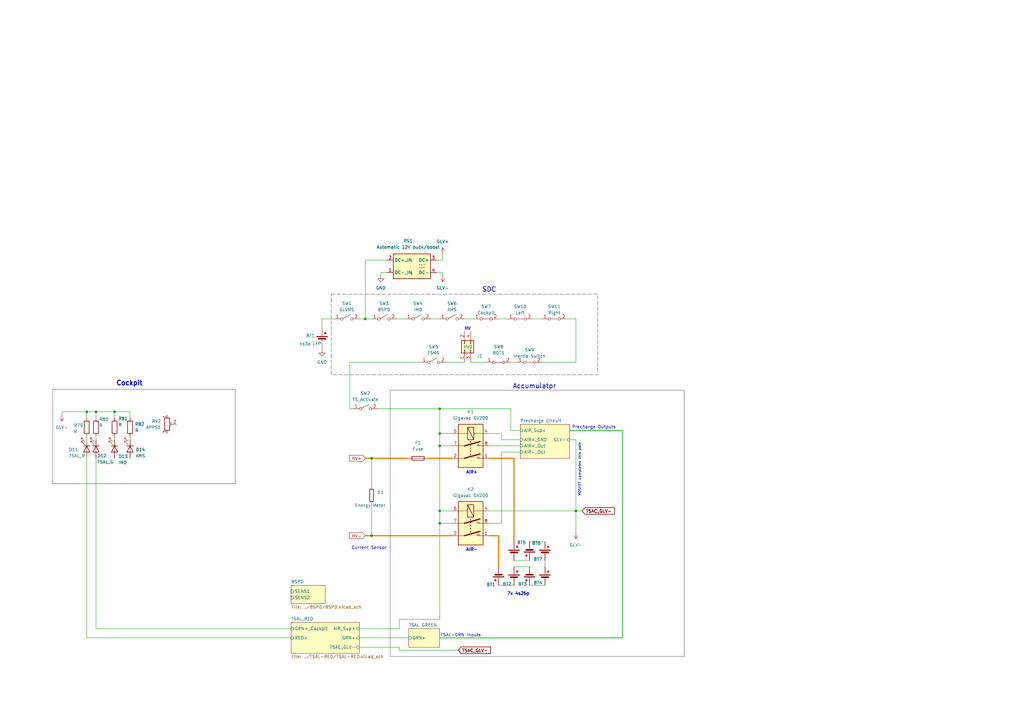
<source format=kicad_sch>
(kicad_sch (version 20250114) (generator "eeschema") (generator_version "9.0")
  (paper "A3")
  (lib_symbols
    (symbol "Connector_Generic:Conn_02x02_Odd_Even" (pin_names (offset 1.016) (hide yes))
      (property "Reference" "J" (at 1.27 2.54 0))
      (property "Value" "Conn_02x02_Odd_Even" (at 1.27 -5.08 0))
      (symbol "Conn_02x02_Odd_Even_1_1"
        (rectangle (start -1.27 1.27) (end 3.81 -3.81) (stroke (width 0.254)) (fill (type background)))
        (rectangle (start -1.27 0.127) (end 0 -0.127) (stroke (width 0.1524)))
        (rectangle (start -1.27 -2.413) (end 0 -2.667) (stroke (width 0.1524)))
        (rectangle (start 3.81 0.127) (end 2.54 -0.127) (stroke (width 0.1524)))
        (rectangle (start 3.81 -2.413) (end 2.54 -2.667) (stroke (width 0.1524)))
        (pin passive line (at -5.08 0 0) (length 3.81) (name "Pin_1") (number "1"))
        (pin passive line (at -5.08 -2.54 0) (length 3.81) (name "Pin_3") (number "3"))
        (pin passive line (at 7.62 0 180) (length 3.81) (name "Pin_2") (number "2"))
        (pin passive line (at 7.62 -2.54 180) (length 3.81) (name "Pin_4") (number "4"))
      )
    )
    (symbol "Converter_ACDC:VTX-214-015-112"
      (property "Reference" "PS1" (at 0 10.16 0))
      (property "Value" "VTX-214-015-112" (at 0 7.62 0))
      (symbol "VTX-214-015-112_0_1"
        (rectangle (start -7.62 5.08) (end 7.62 -5.08) (stroke (width 0.254)) (fill (type background)))
        (polyline (pts (xy 2.794 0.635) (xy 3.302 0.635)))
        (polyline (pts (xy 2.794 -0.635) (xy 5.334 -0.635)))
        (polyline (pts (xy 3.81 0.635) (xy 4.318 0.635)))
        (polyline (pts (xy 4.826 0.635) (xy 5.334 0.635)))
      )
      (symbol "VTX-214-015-112_1_1"
        (polyline (pts (xy 0 -2.54) (xy 0 -3.81)))
        (pin power_in line (at -10.16 2.54 0) (length 2.54) (name "DC+_IN") (number "2"))
        (pin power_in line (at -10.16 -2.54 0) (length 2.54) (name "DC-_IN") (number "1"))
        (pin no_connect line (at 0 -5.08 90) (length 2.54) (hide yes) (name "FG") (number "1"))
        (pin power_out line (at 10.16 2.54 180) (length 2.54) (name "DC+") (number "3"))
        (pin power_out line (at 10.16 -2.54 180) (length 2.54) (name "DC-") (number "4"))
      )
    )
    (symbol "Device:Battery_Cell" (pin_numbers (hide yes)) (pin_names (offset 0) (hide yes))
      (property "Reference" "BT" (at 2.54 2.54 0))
      (property "Value" "Battery_Cell" (at 2.54 0 0))
      (symbol "Battery_Cell_0_1"
        (rectangle (start -2.286 1.778) (end 2.286 1.524) (fill (type outline)))
        (rectangle (start -1.524 1.016) (end 1.524 0.508) (fill (type outline)))
        (polyline (pts (xy 0 1.778) (xy 0 2.54)))
        (polyline (pts (xy 0 0.762) (xy 0 0)))
        (polyline (pts (xy 0.762 3.048) (xy 1.778 3.048)) (stroke (width 0.254)))
        (polyline (pts (xy 1.27 3.556) (xy 1.27 2.54)) (stroke (width 0.254)))
      )
      (symbol "Battery_Cell_1_1"
        (pin passive line (at 0 5.08 270) (length 2.54) (name "+") (number "1"))
        (pin passive line (at 0 -2.54 90) (length 2.54) (name "-") (number "2"))
      )
    )
    (symbol "Device:Fuse" (pin_numbers (hide yes)) (pin_names (offset 0))
      (property "Reference" "F" (at 2.032 0 90))
      (property "Value" "Fuse" (at -1.905 0 90))
      (symbol "Fuse_0_1"
        (rectangle (start -0.762 -2.54) (end 0.762 2.54) (stroke (width 0.254)))
        (polyline (pts (xy 0 2.54) (xy 0 -2.54)))
      )
      (symbol "Fuse_1_1"
        (pin passive line (at 0 3.81 270) (length 1.27) (name "~") (number "1"))
        (pin passive line (at 0 -3.81 90) (length 1.27) (name "~") (number "2"))
      )
    )
    (symbol "Device:LED" (pin_numbers (hide yes)) (pin_names (offset 1.016) (hide yes))
      (property "Reference" "D" (at 0 2.54 0))
      (property "Value" "LED" (at 0 -2.54 0))
      (symbol "LED_0_1"
        (polyline (pts (xy -3.048 -0.762) (xy -4.572 -2.286) (xy -3.81 -2.286) (xy -4.572 -2.286) (xy -4.572 -1.524)))
        (polyline (pts (xy -1.778 -0.762) (xy -3.302 -2.286) (xy -2.54 -2.286) (xy -3.302 -2.286) (xy -3.302 -1.524)))
        (polyline (pts (xy -1.27 0) (xy 1.27 0)))
        (polyline (pts (xy -1.27 -1.27) (xy -1.27 1.27)) (stroke (width 0.254)))
        (polyline (pts (xy 1.27 -1.27) (xy 1.27 1.27) (xy -1.27 0) (xy 1.27 -1.27)) (stroke (width 0.254)))
      )
      (symbol "LED_1_1"
        (pin passive line (at -3.81 0 0) (length 2.54) (name "K") (number "1"))
        (pin passive line (at 3.81 0 180) (length 2.54) (name "A") (number "2"))
      )
    )
    (symbol "Device:R" (pin_numbers (hide yes)) (pin_names (offset 0))
      (property "Reference" "R" (at 2.032 0 90))
      (property "Value" "R" (at 0 0 90))
      (symbol "R_0_1"
        (rectangle (start -1.016 -2.54) (end 1.016 2.54) (stroke (width 0.254)))
      )
      (symbol "R_1_1"
        (pin passive line (at 0 3.81 270) (length 1.27) (name "~") (number "1"))
        (pin passive line (at 0 -3.81 90) (length 1.27) (name "~") (number "2"))
      )
    )
    (symbol "Device:R_Potentiometer_Trim" (pin_names (offset 1.016) (hide yes))
      (property "Reference" "RV" (at -4.445 0 90))
      (property "Value" "R_Potentiometer_Trim" (at -2.54 0 90))
      (symbol "R_Potentiometer_Trim_0_1"
        (rectangle (start 1.016 2.54) (end -1.016 -2.54) (stroke (width 0.254)))
        (polyline (pts (xy 1.524 0.762) (xy 1.524 -0.762)))
        (polyline (pts (xy 2.54 0) (xy 1.524 0)))
      )
      (symbol "R_Potentiometer_Trim_1_1"
        (pin passive line (at 0 3.81 270) (length 1.27) (name "1") (number "1"))
        (pin passive line (at 0 -3.81 90) (length 1.27) (name "3") (number "3"))
        (pin passive line (at 3.81 0 180) (length 1.27) (name "2") (number "2"))
      )
    )
    (symbol "Fuse_1" (pin_numbers (hide yes)) (pin_names (offset 0))
      (property "Reference" "F2" (at 2.54 1.2701 0))
      (property "Value" "Energy Meter" (at -6.858 -4.064 0))
      (symbol "Fuse_1_0_1"
        (rectangle (start -0.762 -2.54) (end 0.762 2.54) (stroke (width 0.254)))
      )
      (symbol "Fuse_1_1_1"
        (pin passive line (at 0 3.81 270) (length 1.27) (name "~") (number "1"))
        (pin passive line (at 0 -3.81 90) (length 1.27) (name "~") (number "2"))
      )
    )
    (symbol "Relay:Fujitsu_FTR-F1A"
      (property "Reference" "K" (at 0 12.7 0))
      (property "Value" "Fujitsu_FTR-F1A" (at 0 10.16 0))
      (symbol "Fujitsu_FTR-F1A_0_1"
        (rectangle (start -1.27 7.62) (end 1.27 2.54) (stroke (width 0.254)) (fill (type background)))
        (polyline (pts (xy -1.27 7.62) (xy 1.27 2.54)) (stroke (width 0.254)))
      )
      (symbol "Fujitsu_FTR-F1A_1_1"
        (polyline (pts (xy -5.08 5.08) (xy -1.27 5.08) (xy -1.524 5.08)))
        (polyline (pts (xy -2.54 0) (xy -5.08 0)))
        (polyline (pts (xy -2.54 0) (xy 3.81 1.778)) (stroke (width 0.508)))
        (polyline (pts (xy -2.54 -5.08) (xy -5.08 -5.08)))
        (polyline (pts (xy -2.54 -5.08) (xy 3.81 -3.302)) (stroke (width 0.508)))
        (polyline (pts (xy 0 1.905) (xy 0 1.27)) (stroke (width 0.254)))
        (polyline (pts (xy 0 0.635) (xy 0 0)) (stroke (width 0.254)))
        (polyline (pts (xy 0 -0.635) (xy 0 -1.27)) (stroke (width 0.254)))
        (polyline (pts (xy 0 -1.905) (xy 0 -2.54)) (stroke (width 0.254)))
        (polyline (pts (xy 0 -3.175) (xy 0 -3.81)) (stroke (width 0.254)))
        (rectangle (start 5.08 8.89) (end -5.08 -8.89) (stroke (width 0.254)) (fill (type background)))
        (polyline (pts (xy 5.08 5.08) (xy 1.27 5.08)))
        (polyline (pts (xy 5.08 0) (xy 2.54 0) (xy 3.175 0.635) (xy 3.81 0)))
        (polyline (pts (xy 5.08 -5.08) (xy 2.54 -5.08) (xy 3.175 -4.445) (xy 3.81 -5.08)))
        (pin passive line (at -7.62 5.08 0) (length 2.54) (name "~") (number "5"))
        (pin passive line (at -7.62 0 0) (length 2.54) (name "~") (number "7"))
        (pin passive line (at -7.62 -5.08 0) (length 2.54) (name "~") (number "2"))
        (pin passive line (at 7.62 5.08 180) (length 2.54) (name "~") (number "4"))
        (pin passive line (at 7.62 0 180) (length 2.54) (name "~") (number "8"))
        (pin passive line (at 7.62 -5.08 180) (length 2.54) (name "~") (number "1"))
      )
    )
    (symbol "SW_SPST_1" (pin_names (offset 0) (hide yes))
      (property "Reference" "SW8" (at 0 6.35 0))
      (property "Value" "BOTS" (at 0 3.81 0))
      (symbol "SW_SPST_1_0_0"
        (circle (center -2.032 0) (radius 0.508))
        (polyline (pts (xy -1.27 0) (xy 1.27 0)))
        (circle (center 2.032 0) (radius 0.508))
      )
      (symbol "SW_SPST_1_1_1"
        (pin passive line (at -5.08 0 0) (length 2.54) (name "A") (number "1"))
        (pin passive line (at 5.08 0 180) (length 2.54) (name "B") (number "2"))
      )
    )
    (symbol "Switch:SW_SPST" (pin_names (offset 0) (hide yes))
      (property "Reference" "SW" (at 0 3.175 0))
      (property "Value" "SW_SPST" (at 0 -2.54 0))
      (symbol "SW_SPST_0_0"
        (circle (center -2.032 0) (radius 0.508))
        (polyline (pts (xy -1.524 0.254) (xy 1.524 1.778)))
        (circle (center 2.032 0) (radius 0.508))
      )
      (symbol "SW_SPST_1_1"
        (pin passive line (at -5.08 0 0) (length 2.54) (name "A") (number "1"))
        (pin passive line (at 5.08 0 180) (length 2.54) (name "B") (number "2"))
      )
    )
    (symbol "power:+1V0" (power) (pin_numbers (hide yes)) (pin_names (offset 0) (hide yes))
      (property "Value" "+1V0" (at 0 3.556 0))
      (symbol "+1V0_0_1"
        (polyline (pts (xy -0.762 1.27) (xy 0 2.54)))
        (polyline (pts (xy 0 2.54) (xy 0.762 1.27)))
        (polyline (pts (xy 0 0) (xy 0 2.54)))
      )
      (symbol "+1V0_1_1"
        (pin power_in line (at 0 0 90) (length 0) (name "~") (number "1"))
      )
    )
    (symbol "power:GND" (power) (pin_numbers (hide yes)) (pin_names (offset 0) (hide yes))
      (property "Value" "GND" (at 0 -3.81 0))
      (symbol "GND_0_1"
        (polyline (pts (xy 0 0) (xy 0 -1.27) (xy 1.27 -1.27) (xy 0 -2.54) (xy -1.27 -1.27) (xy 0 -1.27)))
      )
      (symbol "GND_1_1"
        (pin power_in line (at 0 0 270) (length 0) (name "~") (number "1"))
      )
    )
  )
  (rectangle (start 160.02 160.02) (end 280.67 269.24) (stroke (width 0) (color 72 72 72 1)))
  (rectangle (start 21.59 159.639) (end 96.52 198.374) (stroke (width 0) (color 72 72 72 1)))
  (rectangle (start 135.89 120.65) (end 245.11 153.67) (stroke (width 0) (type dash) (color 72 72 72 1)))
  (text "AIR-" (at 193.548 225.552 0) (effects (font (size 1.27 1.27) (thickness 0.254) (bold yes))))
  (text "Accumulator" (at 219.202 158.496 0) (effects (font (size 1.905 1.905) (thickness 0.254) (bold yes))))
  (text "Current Sensor" (at 151.384 224.79 0) (effects (font (size 1.27 1.27))))
  (text "HV" (at 191.77 134.874 0) (effects (font (size 1.27 1.27) (thickness 0.254) (bold yes))))
  (text "MOSFET completes this path\n" (at 237.744 192.532 90) (effects (font (size 1.016 1.016))))
  (text "7x 4s26p" (at 212.598 243.586 0) (effects (font (size 1.27 1.27) (thickness 0.254) (bold yes))))
  (text "Precharge Outputs\n" (at 243.586 175.26 0) (effects (font (size 1.27 1.27))))
  (text "AIR+\n" (at 193.548 193.802 0) (effects (font (size 1.27 1.27) (thickness 0.254) (bold yes))))
  (text "Cockpit" (at 53.086 157.226 0) (effects (font (size 1.905 1.905) (thickness 0.381) (bold yes))))
  (text "TSAL-GRN Inputs\n" (at 188.976 260.604 0) (effects (font (size 1.27 1.27))))
  (text "SDC" (at 200.66 118.872 0) (effects (font (size 1.905 1.905) (thickness 0.254) (bold yes))))
  (junction (at 180.34 209.55))
  (junction (at 35.56 168.91))
  (junction (at 46.99 168.91))
  (junction (at 39.37 168.91))
  (junction (at 180.34 214.63))
  (junction (at 180.34 167.64))
  (junction (at 152.4 187.96))
  (junction (at 180.34 177.8))
  (junction (at 236.22 209.55))
  (junction (at 180.34 182.88))
  (junction (at 152.4 219.71))
  (junction (at 149.86 130.81))
  (wire (pts (xy 218.44 130.81) (xy 222.25 130.81)))
  (wire (pts (xy 185.42 214.63) (xy 180.34 214.63)))
  (wire (pts (xy 149.86 106.68) (xy 158.75 106.68)))
  (wire (pts (xy 152.4 187.96) (xy 152.4 199.39)))
  (wire (pts (xy 39.37 257.81) (xy 119.38 257.81)))
  (wire (pts (xy 149.86 219.71) (xy 152.4 219.71)) (stroke (width 0.508) (color 255 124 0 1)))
  (wire (pts (xy 35.56 187.96) (xy 35.56 261.62)))
  (wire (pts (xy 236.22 130.81) (xy 236.22 148.59)))
  (wire (pts (xy 39.37 179.07) (xy 39.37 180.34)))
  (wire (pts (xy 156.21 113.03) (xy 156.21 111.76)))
  (wire (pts (xy 180.34 214.63) (xy 180.34 254)))
  (wire (pts (xy 147.32 130.81) (xy 149.86 130.81)))
  (wire (pts (xy 39.37 171.45) (xy 39.37 168.91)))
  (wire (pts (xy 180.34 182.88) (xy 185.42 182.88)))
  (wire (pts (xy 154.94 167.64) (xy 180.34 167.64)))
  (wire (pts (xy 232.41 130.81) (xy 236.22 130.81)))
  (wire (pts (xy 222.25 148.59) (xy 236.22 148.59)))
  (wire (pts (xy 172.72 148.59) (xy 143.51 148.59)))
  (wire (pts (xy 152.4 219.71) (xy 185.42 219.71)) (stroke (width 0.508) (color 255 124 0 1)))
  (wire (pts (xy 132.08 143.51) (xy 132.08 142.24)))
  (wire (pts (xy 210.82 229.87) (xy 217.17 229.87)))
  (bus (pts (xy 233.68 176.53) (xy 255.27 176.53)) (stroke (width 0) (color 0 194 0 1)))
  (wire (pts (xy 163.83 266.7) (xy 187.96 266.7)))
  (wire (pts (xy 149.86 106.68) (xy 149.86 130.81)))
  (wire (pts (xy 46.99 179.07) (xy 46.99 180.34)))
  (wire (pts (xy 39.37 168.91) (xy 46.99 168.91)))
  (wire (pts (xy 39.37 168.91) (xy 35.56 168.91)))
  (wire (pts (xy 217.17 240.03) (xy 223.52 240.03)))
  (wire (pts (xy 223.52 232.41) (xy 223.52 229.87)))
  (wire (pts (xy 149.86 130.81) (xy 152.4 130.81)))
  (wire (pts (xy 180.34 167.64) (xy 180.34 177.8)))
  (wire (pts (xy 180.34 182.88) (xy 180.34 209.55)))
  (wire (pts (xy 180.34 209.55) (xy 185.42 209.55)))
  (wire (pts (xy 179.07 111.76) (xy 181.61 111.76)))
  (wire (pts (xy 152.4 207.01) (xy 152.4 219.71)))
  (wire (pts (xy 205.74 214.63) (xy 205.74 185.42)))
  (wire (pts (xy 200.66 209.55) (xy 236.22 209.55)))
  (wire (pts (xy 163.83 265.43) (xy 163.83 266.7)))
  (wire (pts (xy 236.22 180.34) (xy 233.68 180.34)))
  (wire (pts (xy 210.82 187.96) (xy 210.82 222.25)) (stroke (width 0.508) (color 255 124 0 1)))
  (wire (pts (xy 25.4 168.91) (xy 35.56 168.91)))
  (wire (pts (xy 217.17 222.25) (xy 223.52 222.25)))
  (wire (pts (xy 132.08 134.62) (xy 132.08 130.81)))
  (wire (pts (xy 200.66 214.63) (xy 205.74 214.63)))
  (wire (pts (xy 185.42 177.8) (xy 180.34 177.8)))
  (wire (pts (xy 205.74 185.42) (xy 213.36 185.42)))
  (wire (pts (xy 236.22 180.34) (xy 236.22 209.55)))
  (wire (pts (xy 210.82 232.41) (xy 217.17 232.41)))
  (wire (pts (xy 180.34 177.8) (xy 180.34 182.88)))
  (wire (pts (xy 35.56 179.07) (xy 35.56 180.34)))
  (wire (pts (xy 39.37 187.96) (xy 39.37 257.81)))
  (wire (pts (xy 238.76 209.55) (xy 236.22 209.55)))
  (wire (pts (xy 181.61 113.03) (xy 181.61 111.76)))
  (wire (pts (xy 190.5 130.81) (xy 194.31 130.81)))
  (wire (pts (xy 180.34 130.81) (xy 176.53 130.81)))
  (wire (pts (xy 210.82 187.96) (xy 200.66 187.96)) (stroke (width 0.508) (color 255 124 0 1)))
  (wire (pts (xy 204.47 232.41) (xy 204.47 219.71)) (stroke (width 0.508) (color 255 124 0 1)))
  (wire (pts (xy 236.22 209.55) (xy 236.22 218.44)))
  (wire (pts (xy 46.99 168.91) (xy 46.99 171.45)))
  (wire (pts (xy 163.83 254) (xy 180.34 254)))
  (wire (pts (xy 181.61 106.68) (xy 181.61 104.14)))
  (wire (pts (xy 209.55 176.53) (xy 213.36 176.53)))
  (wire (pts (xy 147.32 265.43) (xy 163.83 265.43)))
  (wire (pts (xy 204.47 219.71) (xy 200.66 219.71)) (stroke (width 0.508) (color 255 124 0 1)))
  (wire (pts (xy 53.34 168.91) (xy 46.99 168.91)))
  (bus (pts (xy 180.34 261.62) (xy 255.27 261.62)) (stroke (width 0) (color 0 194 0 1)))
  (wire (pts (xy 193.04 148.59) (xy 199.39 148.59)))
  (wire (pts (xy 147.32 257.81) (xy 163.83 257.81)))
  (wire (pts (xy 25.4 170.18) (xy 25.4 168.91)))
  (wire (pts (xy 205.74 177.8) (xy 205.74 180.34)))
  (wire (pts (xy 53.34 179.07) (xy 53.34 180.34)))
  (wire (pts (xy 175.26 187.96) (xy 185.42 187.96)) (stroke (width 0.508) (color 255 124 0 1)))
  (wire (pts (xy 182.88 148.59) (xy 190.5 148.59)))
  (wire (pts (xy 132.08 130.81) (xy 137.16 130.81)))
  (wire (pts (xy 205.74 180.34) (xy 213.36 180.34)))
  (wire (pts (xy 35.56 261.62) (xy 119.38 261.62)))
  (wire (pts (xy 200.66 182.88) (xy 213.36 182.88)))
  (wire (pts (xy 156.21 111.76) (xy 158.75 111.76)))
  (wire (pts (xy 152.4 187.96) (xy 167.64 187.96)) (stroke (width 0.508) (color 255 124 0 1)))
  (wire (pts (xy 149.86 187.96) (xy 152.4 187.96)) (stroke (width 0.508) (color 255 124 0 1)))
  (wire (pts (xy 180.34 214.63) (xy 180.34 209.55)))
  (wire (pts (xy 143.51 167.64) (xy 144.78 167.64)))
  (wire (pts (xy 204.47 130.81) (xy 208.28 130.81)))
  (wire (pts (xy 209.55 148.59) (xy 212.09 148.59)))
  (wire (pts (xy 143.51 148.59) (xy 143.51 167.64)))
  (bus (pts (xy 255.27 176.53) (xy 255.27 261.62)) (stroke (width 0) (color 0 194 0 1)))
  (wire (pts (xy 180.34 167.64) (xy 209.55 167.64)))
  (wire (pts (xy 204.47 240.03) (xy 210.82 240.03)))
  (wire (pts (xy 179.07 106.68) (xy 181.61 106.68)))
  (wire (pts (xy 35.56 168.91) (xy 35.56 171.45)))
  (wire (pts (xy 167.64 261.62) (xy 147.32 261.62)))
  (wire (pts (xy 53.34 171.45) (xy 53.34 168.91)))
  (wire (pts (xy 200.66 177.8) (xy 205.74 177.8)))
  (wire (pts (xy 209.55 167.64) (xy 209.55 176.53)))
  (wire (pts (xy 166.37 130.81) (xy 162.56 130.81)))
  (wire (pts (xy 163.83 257.81) (xy 163.83 254)))
  (global_label "TSAC_GLV-" (shape input) (at 187.96 266.7 0) (effects (font (thickness 0.254) (bold yes))) (property "Intersheetrefs" "${INTERSHEET_REFS}" (effects (hide yes))))
  (global_label "HV-" (shape input) (at 149.86 219.71 180) (property "Intersheetrefs" "${INTERSHEET_REFS}" (effects (hide yes))))
  (global_label "HV+" (shape input) (at 149.86 187.96 180) (property "Intersheetrefs" "${INTERSHEET_REFS}" (effects (hide yes))))
  (global_label "TSAC_GLV-" (shape input) (at 238.76 209.55 0) (effects (font (thickness 0.254) (bold yes))) (property "Intersheetrefs" "${INTERSHEET_REFS}" (effects (hide yes))))
  (symbol (lib_id "Converter_ACDC:VTX-214-015-112") (at 168.91 109.22 0) (unit 1)
    (property "Reference" "PS1" (at 167.386 98.806 0))
    (property "Value" "Automatic 12V buck/boost" (at 167.386 101.346 0))
    (property "Footprint" "Converter_ACDC:Converter_ACDC_Vigortronix_VTX-214-015-1xx_THT" (effects (hide yes)))
    (property "Datasheet" "http://www.vigortronix.com/15WattSMPSPCBModuleAC-DC" (effects (hide yes)))
    (property "Description" "12V Vigortronix 15W ACDC Converters" (effects (hide yes)))
  )
  (symbol (lib_id "Device:R") (at 35.56 175.26 0) (unit 1)
    (property "Reference" "R79" (at 30.226 174.498 0) (effects (justify left)))
    (property "Value" "R" (at 30.226 177.038 0) (effects (justify left)))
    (property "Description" "Resistor" (effects (hide yes)))
  )
  (symbol (lib_id "Device:Battery_Cell") (at 132.08 139.7 0) (unit 1)
    (property "Reference" "BT1" (at 125.476 137.668 0) (effects (justify left)))
    (property "Value" "4s3p LFP" (at 122.682 140.97 0) (effects (justify left)))
    (property "Description" "14.4V max - 12.8V nominal - 8V min, 18Ah" (effects (hide yes)))
  )
  (symbol (lib_id "Device:LED") (at 39.37 184.15 270) (unit 1)
    (property "Reference" "D12" (at 39.878 186.944 90) (effects (justify left)))
    (property "Value" "TSAL_G" (at 39.878 189.484 90) (effects (justify left)))
    (property "Description" "Light emitting diode" (effects (hide yes)))
    (property "Sim.Pins" "1=K 2=A" (effects (hide yes)))
  )
  (symbol (lib_id "Switch:SW_SPST") (at 185.42 130.81 0) (unit 1)
    (property "Reference" "SW6" (at 185.42 124.46 0))
    (property "Value" "AMS" (at 185.42 127 0))
    (property "Description" "Single Pole Single Throw (SPST) switch" (effects (hide yes)))
  )
  (symbol (lib_name "SW_SPST_1") (lib_id "Switch:SW_SPST") (at 213.36 130.81 0) (unit 1)
    (property "Reference" "SW10" (at 213.36 125.73 0))
    (property "Value" "Left" (at 213.36 128.27 0))
    (property "Description" "Single Pole Single Throw (SPST) switch" (effects (hide yes)))
  )
  (symbol (lib_id "Switch:SW_SPST") (at 142.24 130.81 0) (unit 1)
    (property "Reference" "SW1" (at 142.24 124.46 0))
    (property "Value" "GLVMS" (at 142.24 127 0))
    (property "Description" "Single Pole Single Throw (SPST) switch" (effects (hide yes)))
  )
  (symbol (lib_name "Fuse_1") (lib_id "Device:Fuse") (at 152.4 203.2 0) (unit 1)
    (property "Reference" "E1" (at 154.94 201.9299 0) (effects (justify left)))
    (property "Value" "Energy Meter" (at 145.542 207.264 0) (effects (justify left)))
    (property "Description" "Fuse" (effects (hide yes)))
  )
  (symbol (lib_id "power:GND") (at 156.21 113.03 0) (unit 1)
    (property "Reference" "#PWR02" (effects (hide yes)))
    (property "Value" "GND" (at 156.21 118.11 0))
    (property "Description" "Power symbol creates a global label with name \"GND\" , ground" (effects (hide yes)))
  )
  (symbol (lib_name "SW_SPST_1") (lib_id "Switch:SW_SPST") (at 199.39 130.81 0) (unit 1)
    (property "Reference" "SW7" (at 199.39 125.73 0))
    (property "Value" "Cockpit" (at 199.39 128.27 0))
    (property "Description" "Single Pole Single Throw (SPST) switch" (effects (hide yes)))
  )
  (symbol (lib_id "Device:Battery_Cell") (at 223.52 227.33 0) (unit 1)
    (property "Reference" "BT7" (at 222.504 229.362 0) (effects (justify right)))
    (property "Value" "Battery_Cell" (effects (hide yes)))
    (property "Description" "Single-cell battery" (effects (hide yes)))
  )
  (symbol (lib_id "power:+1V0") (at 181.61 104.14 0) (unit 1)
    (property "Reference" "#PWR03" (effects (hide yes)))
    (property "Value" "GLV+" (at 181.61 99.06 0))
    (property "Description" "Power symbol creates a global label with name \"+1V0\"" (effects (hide yes)))
  )
  (symbol (lib_id "Relay:Fujitsu_FTR-F1A") (at 193.04 182.88 0) (unit 1)
    (property "Reference" "K1" (at 193.04 168.91 0))
    (property "Value" "Gigavac GV200" (at 193.04 171.45 0))
    (property "Footprint" "Relay_THT:Relay_DPST_Fujitsu_FTR-F1A" (effects (hide yes)))
    (property "Datasheet" "https://www.fcl.fujitsu.com/downloads/MICRO/fcai/relays/ftr-f1.pdf" (effects (hide yes)))
    (property "Description" "Fujitsu Low Profile Power Relay" (effects (hide yes)))
  )
  (symbol (lib_id "Device:LED") (at 46.99 184.15 270) (unit 1)
    (property "Reference" "D13" (at 48.514 187.198 90) (effects (justify left)))
    (property "Value" "IMD" (at 48.514 189.738 90) (effects (justify left)))
    (property "Description" "Light emitting diode" (effects (hide yes)))
    (property "Sim.Pins" "1=K 2=A" (effects (hide yes)))
  )
  (symbol (lib_id "Device:Fuse") (at 171.45 187.96 90) (unit 1)
    (property "Reference" "F1" (at 171.45 181.61 90))
    (property "Value" "Fuse" (at 171.45 184.15 90))
    (property "Description" "Fuse" (effects (hide yes)))
  )
  (symbol (lib_id "Device:LED") (at 35.56 184.15 270) (unit 1)
    (property "Reference" "D11" (at 28.194 184.404 90) (effects (justify left)))
    (property "Value" "TSAL_R" (at 28.194 186.944 90) (effects (justify left)))
    (property "Description" "Light emitting diode" (effects (hide yes)))
    (property "Sim.Pins" "1=K 2=A" (effects (hide yes)))
  )
  (symbol (lib_name "SW_SPST_1") (lib_id "Switch:SW_SPST") (at 217.17 148.59 0) (unit 1)
    (property "Reference" "SW9" (at 217.17 143.51 0))
    (property "Value" "Inertia Switch" (at 217.17 146.05 0))
    (property "Description" "Single Pole Single Throw (SPST) switch" (effects (hide yes)))
  )
  (symbol (lib_id "Device:R") (at 46.99 175.26 0) (unit 1)
    (property "Reference" "R81" (at 48.514 171.704 0) (effects (justify left)))
    (property "Value" "R" (at 48.514 174.244 0) (effects (justify left)))
    (property "Description" "Resistor" (effects (hide yes)))
  )
  (symbol (lib_id "Switch:SW_SPST") (at 149.86 167.64 0) (unit 1)
    (property "Reference" "SW2" (at 149.86 161.29 0))
    (property "Value" "TS_Activate" (at 149.86 163.83 0))
    (property "Description" "Single Pole Single Throw (SPST) switch" (effects (hide yes)))
  )
  (symbol (lib_id "Device:LED") (at 53.34 184.15 270) (unit 1)
    (property "Reference" "D14" (at 55.626 184.404 90) (effects (justify left)))
    (property "Value" "AMS" (at 55.626 186.944 90) (effects (justify left)))
    (property "Description" "Light emitting diode" (effects (hide yes)))
    (property "Sim.Pins" "1=K 2=A" (effects (hide yes)))
  )
  (symbol (lib_id "Device:R") (at 39.37 175.26 0) (unit 1)
    (property "Reference" "R80" (at 40.64 171.958 0) (effects (justify left)))
    (property "Value" "R" (at 40.64 174.498 0) (effects (justify left)))
    (property "Description" "Resistor" (effects (hide yes)))
  )
  (symbol (lib_id "power:+1V0") (at 181.61 113.03 180) (unit 1)
    (property "Reference" "#PWR04" (effects (hide yes)))
    (property "Value" "GLV-" (at 181.61 118.11 0))
    (property "Description" "Power symbol creates a global label with name \"+1V0\"" (effects (hide yes)))
  )
  (symbol (lib_id "Relay:Fujitsu_FTR-F1A") (at 193.04 214.63 0) (unit 1)
    (property "Reference" "K2" (at 193.04 200.66 0))
    (property "Value" "Gigavac GV200" (at 193.04 203.2 0))
    (property "Footprint" "Relay_THT:Relay_DPST_Fujitsu_FTR-F1A" (effects (hide yes)))
    (property "Datasheet" "https://www.fcl.fujitsu.com/downloads/MICRO/fcai/relays/ftr-f1.pdf" (effects (hide yes)))
    (property "Description" "Fujitsu Low Profile Power Relay" (effects (hide yes)))
  )
  (symbol (lib_id "power:+1V0") (at 25.4 170.18 180) (unit 1)
    (property "Reference" "#PWR082" (effects (hide yes)))
    (property "Value" "GLV-" (at 25.4 175.26 0))
    (property "Description" "Power symbol creates a global label with name \"+1V0\"" (effects (hide yes)))
  )
  (symbol (lib_id "Device:Battery_Cell") (at 210.82 237.49 0) (unit 1)
    (property "Reference" "BT2" (at 209.804 239.522 0) (effects (justify right)))
    (property "Value" "Battery_Cell" (effects (hide yes)))
    (property "Description" "Single-cell battery" (effects (hide yes)))
  )
  (symbol (lib_name "SW_SPST_1") (lib_id "Switch:SW_SPST") (at 227.33 130.81 0) (unit 1)
    (property "Reference" "SW11" (at 227.33 125.73 0))
    (property "Value" "Right" (at 227.33 128.27 0))
    (property "Description" "Single Pole Single Throw (SPST) switch" (effects (hide yes)))
  )
  (symbol (lib_id "power:+1V0") (at 236.22 218.44 180) (unit 1)
    (property "Reference" "#PWR05" (effects (hide yes)))
    (property "Value" "GLV-" (at 236.22 223.52 0))
    (property "Description" "Power symbol creates a global label with name \"+1V0\"" (effects (hide yes)))
  )
  (symbol (lib_id "Device:Battery_Cell") (at 223.52 237.49 0) (unit 1)
    (property "Reference" "BT4" (at 222.504 239.014 0) (effects (justify right)))
    (property "Value" "Battery_Cell" (effects (hide yes)))
    (property "Description" "Single-cell battery" (effects (hide yes)))
  )
  (symbol (lib_id "Switch:SW_SPST") (at 177.8 148.59 0) (unit 1)
    (property "Reference" "SW5" (at 177.8 142.24 0))
    (property "Value" "TSMS" (at 177.8 144.78 0))
    (property "Description" "Single Pole Single Throw (SPST) switch" (effects (hide yes)))
  )
  (symbol (lib_id "Connector_Generic:Conn_02x02_Odd_Even") (at 190.5 143.51 90) (unit 1)
    (property "Reference" "J1" (at 195.58 146.0499 90) (effects (justify right)))
    (property "Value" "HVD" (at 189.992 142.24 90) (effects (justify right)))
    (property "Description" "Generic connector, double row, 02x02, odd/even pin numbering scheme (row 1 odd numbers, row 2 even numbers), script generated (kicad-library-utils/schlib/autogen/connector/)" (effects (hide yes)))
  )
  (symbol (lib_id "Device:Battery_Cell") (at 204.47 234.95 180) (unit 1)
    (property "Reference" "BT1" (at 203.2 239.776 0) (effects (justify left)))
    (property "Value" "Battery_Cell" (effects (hide yes)))
    (property "Description" "Single-cell battery" (effects (hide yes)))
  )
  (symbol (lib_name "SW_SPST_1") (lib_id "Switch:SW_SPST") (at 204.47 148.59 0) (unit 1)
    (property "Reference" "SW8" (at 204.47 142.24 0))
    (property "Value" "BOTS" (at 204.47 144.78 0))
    (property "Description" "Single Pole Single Throw (SPST) switch" (effects (hide yes)))
  )
  (symbol (lib_id "Device:Battery_Cell") (at 210.82 227.33 0) (unit 1)
    (property "Reference" "BT5" (at 212.09 222.504 0) (effects (justify left)))
    (property "Value" "Battery_Cell" (effects (hide yes)))
    (property "Description" "Single-cell battery" (effects (hide yes)))
  )
  (symbol (lib_id "Device:R_Potentiometer_Trim") (at 68.58 173.99 0) (unit 1)
    (property "Reference" "RV2" (at 66.04 172.7199 0) (effects (justify right)))
    (property "Value" "APPS1" (at 66.04 175.2599 0) (effects (justify right)))
    (property "Description" "Trim-potentiometer" (effects (hide yes)))
  )
  (symbol (lib_id "Device:Battery_Cell") (at 217.17 234.95 180) (unit 1)
    (property "Reference" "BT3" (at 216.154 239.522 0) (effects (justify left)))
    (property "Value" "Battery_Cell" (effects (hide yes)))
    (property "Description" "Single-cell battery" (effects (hide yes)))
  )
  (symbol (lib_id "Switch:SW_SPST") (at 171.45 130.81 0) (unit 1)
    (property "Reference" "SW4" (at 171.45 124.46 0))
    (property "Value" "IMD" (at 171.45 127 0))
    (property "Description" "Single Pole Single Throw (SPST) switch" (effects (hide yes)))
  )
  (symbol (lib_id "Switch:SW_SPST") (at 157.48 130.81 0) (unit 1)
    (property "Reference" "SW3" (at 157.48 124.46 0))
    (property "Value" "BSPD" (at 157.48 127 0))
    (property "Description" "Single Pole Single Throw (SPST) switch" (effects (hide yes)))
  )
  (symbol (lib_id "power:GND") (at 132.08 143.51 0) (unit 1)
    (property "Reference" "#PWR01" (effects (hide yes)))
    (property "Value" "GND" (at 132.08 148.59 0))
    (property "Description" "Power symbol creates a global label with name \"GND\" , ground" (effects (hide yes)))
  )
  (symbol (lib_id "Device:Battery_Cell") (at 217.17 224.79 180) (unit 1)
    (property "Reference" "BT6" (at 218.186 222.758 0) (effects (justify right)))
    (property "Value" "Battery_Cell" (effects (hide yes)))
    (property "Description" "Single-cell battery" (effects (hide yes)))
  )
  (symbol (lib_id "Device:R") (at 53.34 175.26 0) (unit 1)
    (property "Reference" "R82" (at 55.372 173.99 0) (effects (justify left)))
    (property "Value" "R" (at 55.372 176.53 0) (effects (justify left)))
    (property "Description" "Resistor" (effects (hide yes)))
  )
  (sheet (at 213.36 173.99) (size 20.32 13.97) (stroke (width 0.1524)) (fill (color 255 255 194 1.0000))
    (property "Sheetname" "Precharge Circuit" (at 213.36 173.2784 0) (effects (justify left bottom)))
    (property "Sheetfile" "../Precharge/Precharge.kicad_sch" (effects (hide yes)))
    (pin "GLV-" input (at 233.68 180.34 0))
    (pin "AIR+_Out" input (at 213.36 182.88 180))
    (pin "AIR-_Out" input (at 213.36 185.42 180))
    (pin "AIR_Sup+" input (at 213.36 176.53 180))
    (pin "AIR+_GND" input (at 213.36 180.34 180))
  )
  (sheet (at 167.64 257.81) (size 12.7 7.62) (stroke (width 0.1524)) (fill (color 254 254 193 1.0000))
    (property "Sheetname" "TSAL GREEN" (at 167.64 257.0984 0) (effects (justify left bottom)))
    (property "Sheetfile" "../TSAL/TSAL.kicad_sch" (effects (hide yes)))
    (pin "GRN+" input (at 167.64 261.62 180))
  )
  (sheet (at 119.38 240.03) (size 13.97 7.62) (stroke (width 0.1524)) (fill (color 255 255 194 1.0000))
    (property "Sheetname" "BSPD" (at 119.38 239.3184 0) (effects (justify left bottom)))
    (property "Sheetfile" "../BSPD/BSPD.kicad_sch" (at 119.38 248.2346 0) (effects (justify left top)))
    (pin "SENS1" input (at 119.38 242.57 180))
    (pin "SENS2" input (at 119.38 245.11 180))
  )
  (sheet (at 119.38 255.27) (size 27.94 12.7) (stroke (width 0.1524)) (fill (color 255 255 194 1.0000))
    (property "Sheetname" "TSAL_RED" (at 119.38 254.5584 0) (effects (justify left bottom)))
    (property "Sheetfile" "../TSAL-RED/TSAL-RED.kicad_sch" (at 119.38 268.5546 0) (effects (justify left top)))
    (pin "AIR_Sup+" input (at 147.32 257.81 0))
    (pin "GRN+" input (at 147.32 261.62 0))
    (pin "GRN+_Cockpit" input (at 119.38 257.81 180))
    (pin "RED+" input (at 119.38 261.62 180))
    (pin "TSAC_GLV-" input (at 147.32 265.43 0))
  )
)
</source>
